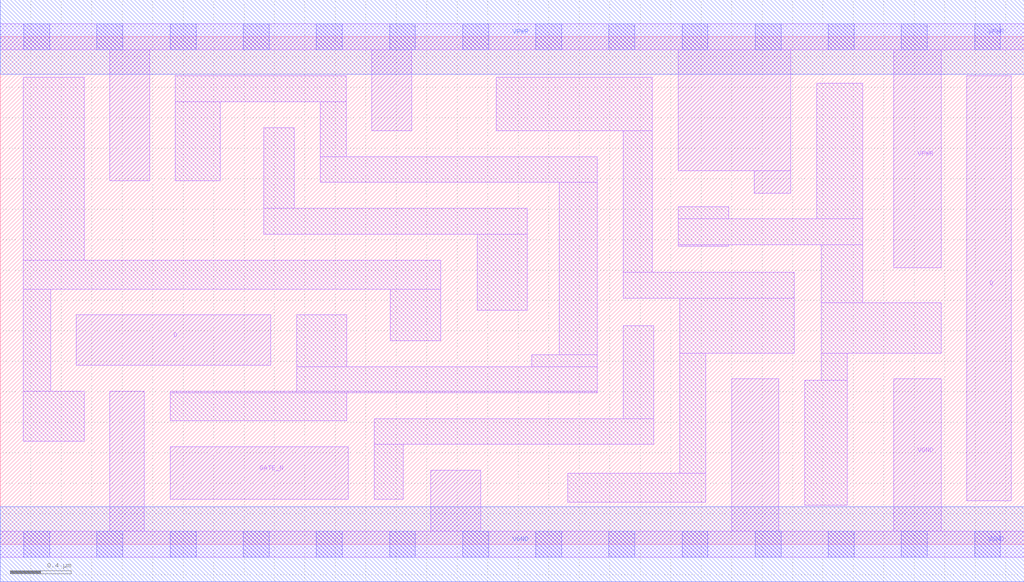
<source format=lef>
# Copyright 2020 The SkyWater PDK Authors
#
# Licensed under the Apache License, Version 2.0 (the "License");
# you may not use this file except in compliance with the License.
# You may obtain a copy of the License at
#
#     https://www.apache.org/licenses/LICENSE-2.0
#
# Unless required by applicable law or agreed to in writing, software
# distributed under the License is distributed on an "AS IS" BASIS,
# WITHOUT WARRANTIES OR CONDITIONS OF ANY KIND, either express or implied.
# See the License for the specific language governing permissions and
# limitations under the License.
#
# SPDX-License-Identifier: Apache-2.0

VERSION 5.7 ;
  NAMESCASESENSITIVE ON ;
  NOWIREEXTENSIONATPIN ON ;
  DIVIDERCHAR "/" ;
  BUSBITCHARS "[]" ;
UNITS
  DATABASE MICRONS 200 ;
END UNITS
MACRO sky130_fd_sc_lp__dlxtn_1
  CLASS CORE ;
  SOURCE USER ;
  FOREIGN sky130_fd_sc_lp__dlxtn_1 ;
  ORIGIN  0.000000  0.000000 ;
  SIZE  6.720000 BY  3.330000 ;
  SYMMETRY X Y R90 ;
  SITE unit ;
  PIN D
    ANTENNAGATEAREA  0.159000 ;
    DIRECTION INPUT ;
    USE SIGNAL ;
    PORT
      LAYER li1 ;
        RECT 0.500000 1.175000 1.775000 1.505000 ;
    END
  END D
  PIN Q
    ANTENNADIFFAREA  0.556500 ;
    DIRECTION OUTPUT ;
    USE SIGNAL ;
    PORT
      LAYER li1 ;
        RECT 6.345000 0.285000 6.635000 3.075000 ;
    END
  END Q
  PIN GATE_N
    ANTENNAGATEAREA  0.159000 ;
    DIRECTION INPUT ;
    USE CLOCK ;
    PORT
      LAYER li1 ;
        RECT 1.115000 0.295000 2.285000 0.640000 ;
    END
  END GATE_N
  PIN VGND
    DIRECTION INOUT ;
    USE GROUND ;
    PORT
      LAYER li1 ;
        RECT 0.000000 -0.085000 6.720000 0.085000 ;
        RECT 0.720000  0.085000 0.945000 1.005000 ;
        RECT 2.825000  0.085000 3.155000 0.485000 ;
        RECT 4.800000  0.085000 5.110000 1.085000 ;
        RECT 5.865000  0.085000 6.175000 1.085000 ;
      LAYER mcon ;
        RECT 0.155000 -0.085000 0.325000 0.085000 ;
        RECT 0.635000 -0.085000 0.805000 0.085000 ;
        RECT 1.115000 -0.085000 1.285000 0.085000 ;
        RECT 1.595000 -0.085000 1.765000 0.085000 ;
        RECT 2.075000 -0.085000 2.245000 0.085000 ;
        RECT 2.555000 -0.085000 2.725000 0.085000 ;
        RECT 3.035000 -0.085000 3.205000 0.085000 ;
        RECT 3.515000 -0.085000 3.685000 0.085000 ;
        RECT 3.995000 -0.085000 4.165000 0.085000 ;
        RECT 4.475000 -0.085000 4.645000 0.085000 ;
        RECT 4.955000 -0.085000 5.125000 0.085000 ;
        RECT 5.435000 -0.085000 5.605000 0.085000 ;
        RECT 5.915000 -0.085000 6.085000 0.085000 ;
        RECT 6.395000 -0.085000 6.565000 0.085000 ;
      LAYER met1 ;
        RECT 0.000000 -0.245000 6.720000 0.245000 ;
    END
  END VGND
  PIN VPWR
    DIRECTION INOUT ;
    USE POWER ;
    PORT
      LAYER li1 ;
        RECT 0.000000 3.245000 6.720000 3.415000 ;
        RECT 0.720000 2.385000 0.980000 3.245000 ;
        RECT 2.440000 2.715000 2.700000 3.245000 ;
        RECT 4.450000 2.450000 5.190000 3.245000 ;
        RECT 4.950000 2.305000 5.190000 2.450000 ;
        RECT 5.865000 1.815000 6.175000 3.245000 ;
      LAYER mcon ;
        RECT 0.155000 3.245000 0.325000 3.415000 ;
        RECT 0.635000 3.245000 0.805000 3.415000 ;
        RECT 1.115000 3.245000 1.285000 3.415000 ;
        RECT 1.595000 3.245000 1.765000 3.415000 ;
        RECT 2.075000 3.245000 2.245000 3.415000 ;
        RECT 2.555000 3.245000 2.725000 3.415000 ;
        RECT 3.035000 3.245000 3.205000 3.415000 ;
        RECT 3.515000 3.245000 3.685000 3.415000 ;
        RECT 3.995000 3.245000 4.165000 3.415000 ;
        RECT 4.475000 3.245000 4.645000 3.415000 ;
        RECT 4.955000 3.245000 5.125000 3.415000 ;
        RECT 5.435000 3.245000 5.605000 3.415000 ;
        RECT 5.915000 3.245000 6.085000 3.415000 ;
        RECT 6.395000 3.245000 6.565000 3.415000 ;
      LAYER met1 ;
        RECT 0.000000 3.085000 6.720000 3.575000 ;
    END
  END VPWR
  OBS
    LAYER li1 ;
      RECT 0.150000 0.675000 0.550000 1.005000 ;
      RECT 0.150000 1.005000 0.330000 1.675000 ;
      RECT 0.150000 1.675000 2.890000 1.865000 ;
      RECT 0.150000 1.865000 0.550000 3.065000 ;
      RECT 1.115000 0.810000 2.275000 0.995000 ;
      RECT 1.115000 0.995000 3.920000 1.005000 ;
      RECT 1.150000 2.385000 1.445000 2.905000 ;
      RECT 1.150000 2.905000 2.270000 3.075000 ;
      RECT 1.730000 2.035000 3.460000 2.205000 ;
      RECT 1.730000 2.205000 1.930000 2.735000 ;
      RECT 1.945000 1.005000 3.920000 1.165000 ;
      RECT 1.945000 1.165000 2.275000 1.505000 ;
      RECT 2.100000 2.375000 3.920000 2.545000 ;
      RECT 2.100000 2.545000 2.270000 2.905000 ;
      RECT 2.455000 0.295000 2.645000 0.655000 ;
      RECT 2.455000 0.655000 4.290000 0.825000 ;
      RECT 2.560000 1.335000 2.890000 1.675000 ;
      RECT 3.130000 1.535000 3.460000 2.035000 ;
      RECT 3.255000 2.715000 4.280000 3.065000 ;
      RECT 3.490000 1.165000 3.920000 1.245000 ;
      RECT 3.670000 1.245000 3.920000 2.375000 ;
      RECT 3.725000 0.275000 4.630000 0.465000 ;
      RECT 4.090000 0.825000 4.290000 1.435000 ;
      RECT 4.090000 1.615000 5.210000 1.785000 ;
      RECT 4.090000 1.785000 4.280000 2.715000 ;
      RECT 4.450000 1.955000 4.780000 1.965000 ;
      RECT 4.450000 1.965000 5.660000 2.135000 ;
      RECT 4.450000 2.135000 4.780000 2.215000 ;
      RECT 4.460000 0.465000 4.630000 1.255000 ;
      RECT 4.460000 1.255000 5.210000 1.615000 ;
      RECT 5.280000 0.255000 5.560000 1.075000 ;
      RECT 5.360000 2.135000 5.660000 3.025000 ;
      RECT 5.390000 1.075000 5.560000 1.255000 ;
      RECT 5.390000 1.255000 6.175000 1.585000 ;
      RECT 5.390000 1.585000 5.660000 1.965000 ;
  END
END sky130_fd_sc_lp__dlxtn_1

</source>
